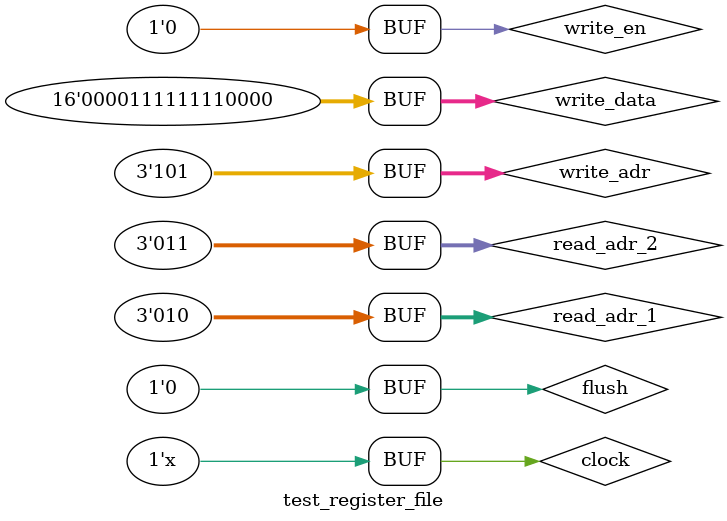
<source format=v>
`timescale 1ns / 1ps


module test_register_file;

	// Inputs
	reg clock;
	reg flush;
	reg [2:0] read_adr_1;
	reg [2:0] read_adr_2;
	reg [15:0] write_data;
	reg [2:0] write_adr;
	reg write_en;

	// Outputs
	wire [15:0] data_out_1;
	wire [15:0] data_out_2;

	// Instantiate the Unit Under Test (UUT)
	register_file uut (
		.clock(clock), 
		.flush(flush),
		.read_adr_1(read_adr_1), 
		.read_adr_2(read_adr_2), 
		.write_data(write_data), 
		.write_adr(write_adr), 
		.write_en(write_en), 
		.data_out_1(data_out_1), 
		.data_out_2(data_out_2)
	);

	initial begin
		// Initialize Inputs
		clock = 0;
		flush = 0;
		read_adr_1 = 0;
		read_adr_2 = 0;
		write_data = 0;
		write_adr = 0;
		write_en = 0;

		// Wait 100 ns for global reset to finish
		//#100;
		#1;
		 		 
		write_en = 1;
		write_adr = 0;
		write_data = 16'h3131;
		read_adr_1 = 0;
		
		#2;
		
		write_en = 1;
		write_adr = 3;
		write_data = 16'h6969;
		
		#2;
		
		write_en = 1;
		write_adr = 5;
		write_data = 16'h0ff0;
		
		#2;
		
		
		write_en = 0;
		read_adr_1 = 2;
		read_adr_2 = 3;
		
		#2;

		flush = 1;
		
		#2;
		
		flush = 0;
		

	end
      
	always #10 clock = !clock;
endmodule


</source>
